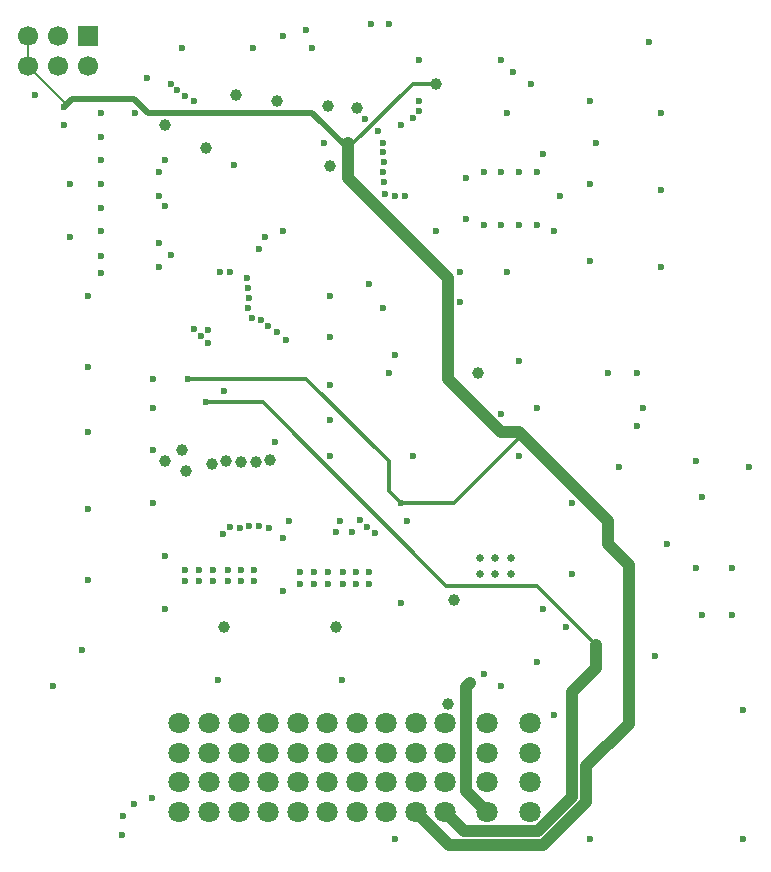
<source format=gbr>
%TF.GenerationSoftware,KiCad,Pcbnew,9.0.1*%
%TF.CreationDate,2025-10-29T09:39:46+01:00*%
%TF.ProjectId,ZoneECU,5a6f6e65-4543-4552-9e6b-696361645f70,rev?*%
%TF.SameCoordinates,Original*%
%TF.FileFunction,Copper,L3,Inr*%
%TF.FilePolarity,Positive*%
%FSLAX46Y46*%
G04 Gerber Fmt 4.6, Leading zero omitted, Abs format (unit mm)*
G04 Created by KiCad (PCBNEW 9.0.1) date 2025-10-29 09:39:46*
%MOMM*%
%LPD*%
G01*
G04 APERTURE LIST*
%TA.AperFunction,ComponentPad*%
%ADD10C,1.700000*%
%TD*%
%TA.AperFunction,ComponentPad*%
%ADD11R,1.700000X1.700000*%
%TD*%
%TA.AperFunction,HeatsinkPad*%
%ADD12C,0.600000*%
%TD*%
%TA.AperFunction,ComponentPad*%
%ADD13C,1.803400*%
%TD*%
%TA.AperFunction,ComponentPad*%
%ADD14C,0.630000*%
%TD*%
%TA.AperFunction,ViaPad*%
%ADD15C,1.000000*%
%TD*%
%TA.AperFunction,ViaPad*%
%ADD16C,0.600000*%
%TD*%
%TA.AperFunction,Conductor*%
%ADD17C,1.000000*%
%TD*%
%TA.AperFunction,Conductor*%
%ADD18C,0.200000*%
%TD*%
%TA.AperFunction,Conductor*%
%ADD19C,0.300000*%
%TD*%
%TA.AperFunction,Conductor*%
%ADD20C,0.500000*%
%TD*%
G04 APERTURE END LIST*
D10*
%TO.N,/3V3*%
%TO.C,J2*%
X102460000Y-83000000D03*
X102460000Y-80460000D03*
%TO.N,Net-(J2-Pin_4)*%
X105000000Y-83000000D03*
%TO.N,Net-(J2-Pin_3)*%
X105000000Y-80460000D03*
%TO.N,GND*%
X107540000Y-83000000D03*
D11*
X107540000Y-80460000D03*
%TD*%
D12*
%TO.N,GND*%
%TO.C,U6*%
X121600000Y-125665000D03*
X120450000Y-125665000D03*
X119390000Y-125665000D03*
X118110000Y-125665000D03*
X116900000Y-125665000D03*
X115700000Y-125665000D03*
X121600000Y-126635000D03*
X120450000Y-126635000D03*
X119390000Y-126635000D03*
X118110000Y-126635000D03*
X116900000Y-126635000D03*
X115700000Y-126635000D03*
%TD*%
D13*
%TO.N,/HS1_VOUT4*%
%TO.C,J1*%
X115250002Y-138650001D03*
%TO.N,/BO_OUT1*%
X115250002Y-141150001D03*
%TO.N,unconnected-(J1-PadA3)*%
X115250002Y-143650001D03*
%TO.N,/IN1*%
X115250002Y-146150001D03*
%TO.N,/HS1_VOUT3*%
X117750002Y-138650001D03*
%TO.N,/BO_OUT2*%
X117750002Y-141150001D03*
%TO.N,unconnected-(J1-PadB3)*%
X117750002Y-143650001D03*
%TO.N,/IN2*%
X117750002Y-146150001D03*
%TO.N,/HS1_VOUT2*%
X120250002Y-138650001D03*
%TO.N,/BO_OUT3*%
X120250002Y-141150001D03*
%TO.N,unconnected-(J1-PadC3)*%
X120250002Y-143650001D03*
%TO.N,/IN3*%
X120250002Y-146150001D03*
%TO.N,/HS1_VOUT1*%
X122750002Y-138650001D03*
%TO.N,/BO_OUT4*%
X122750002Y-141150001D03*
%TO.N,unconnected-(J1-PadD3)*%
X122750002Y-143650001D03*
%TO.N,/IN4*%
X122750002Y-146150001D03*
%TO.N,/HS2_VOUT4*%
X125250000Y-138650001D03*
%TO.N,/BO_OUT5*%
X125250000Y-141150001D03*
%TO.N,unconnected-(J1-PadE3)*%
X125250000Y-143650001D03*
%TO.N,/IN5*%
X125250000Y-146150001D03*
%TO.N,/HS2_VOUT3*%
X127750000Y-138650001D03*
%TO.N,/BO_OUT6*%
X127750000Y-141150001D03*
%TO.N,unconnected-(J1-PadF3)*%
X127750000Y-143650001D03*
%TO.N,/IN6*%
X127750000Y-146150001D03*
%TO.N,/HS2_VOUT2*%
X130250000Y-138650001D03*
%TO.N,/BO_OUT7*%
X130250000Y-141150001D03*
%TO.N,unconnected-(J1-PadG3)*%
X130250000Y-143650001D03*
%TO.N,/IN7*%
X130250000Y-146150001D03*
%TO.N,/HS2_VOUT1*%
X132750000Y-138650001D03*
%TO.N,/BO_OUT8*%
X132750000Y-141150001D03*
%TO.N,unconnected-(J1-PadH3)*%
X132750000Y-143650001D03*
%TO.N,/IN8*%
X132750000Y-146150001D03*
%TO.N,/HB_OUT1*%
X135250000Y-138650001D03*
%TO.N,/CAN_L*%
X135250000Y-141150001D03*
%TO.N,/RS232_RX*%
X135250000Y-143650001D03*
%TO.N,/3V3*%
X135250000Y-146150001D03*
%TO.N,/HB_OUT2*%
X137750000Y-138650001D03*
%TO.N,/CAN_H*%
X137750000Y-141150001D03*
%TO.N,/RS232_TX*%
X137750000Y-143650001D03*
%TO.N,/5V*%
X137750000Y-146150001D03*
%TO.N,/HB_VIN*%
X141250000Y-138650001D03*
%TO.N,GND*%
X141250000Y-141150001D03*
%TO.N,/HS1_VBB*%
X141250000Y-143650001D03*
%TO.N,/HS2_VBB*%
X141250000Y-146150001D03*
%TO.N,/VIN*%
X144950000Y-138650001D03*
%TO.N,GND*%
X144950000Y-141150001D03*
%TO.N,unconnected-(J1-PadM3)*%
X144950000Y-143650001D03*
%TO.N,unconnected-(J1-PadM4)*%
X144950000Y-146150001D03*
%TD*%
D12*
%TO.N,GND*%
%TO.C,U8*%
X131325000Y-125865000D03*
X130175000Y-125865000D03*
X129115000Y-125865000D03*
X127835000Y-125865000D03*
X126625000Y-125865000D03*
X125425000Y-125865000D03*
X131325000Y-126835000D03*
X130175000Y-126835000D03*
X129115000Y-126835000D03*
X127835000Y-126835000D03*
X126625000Y-126835000D03*
X125425000Y-126835000D03*
%TD*%
D14*
%TO.N,GND*%
%TO.C,U7*%
X143300000Y-124700000D03*
X142000000Y-124700000D03*
X140700000Y-124700000D03*
X143300000Y-126000000D03*
X142000000Y-126000000D03*
X140700000Y-126000000D03*
%TD*%
D15*
%TO.N,/HS2_VBB*%
X139818172Y-135279933D03*
D16*
%TO.N,/BOOT1*%
X127500000Y-89500000D03*
X126000000Y-80000000D03*
%TO.N,/BOOT0*%
X124000000Y-80500000D03*
X143500000Y-83500000D03*
%TO.N,GND*%
X150000000Y-99500000D03*
X150000000Y-93000000D03*
X150500000Y-89500000D03*
X150000000Y-86000000D03*
X156000000Y-87000000D03*
X156000000Y-93500000D03*
X156000000Y-100000000D03*
X155000000Y-81000000D03*
X145000000Y-84500000D03*
X142500000Y-82500000D03*
X135500000Y-82500000D03*
X147500000Y-94000000D03*
X146000000Y-90500000D03*
X143000000Y-87000000D03*
X139500000Y-92500000D03*
X139500000Y-96000000D03*
X137000000Y-97000000D03*
X147000000Y-97000000D03*
X143000000Y-100500000D03*
X139000000Y-100500000D03*
X139000000Y-103000000D03*
X144000000Y-108000000D03*
X154000000Y-109000000D03*
X151500000Y-109000000D03*
X152500000Y-117000000D03*
X159500000Y-119500000D03*
X163500000Y-117000000D03*
X159000000Y-116500000D03*
X159000000Y-125500000D03*
X162000000Y-125500000D03*
X159500000Y-129500000D03*
X162000000Y-129500000D03*
X145500000Y-133500000D03*
X148000000Y-130500000D03*
X146000000Y-129000000D03*
X148500000Y-126000000D03*
X148500000Y-120000000D03*
X144000000Y-116000000D03*
X128000000Y-116000000D03*
X128000000Y-113000000D03*
X128000000Y-110000000D03*
X128000000Y-106000000D03*
X128000000Y-102500000D03*
X133000000Y-109000000D03*
X133500000Y-107500000D03*
X134500000Y-121500000D03*
X134000000Y-128500000D03*
X114000000Y-129000000D03*
X114000000Y-124500000D03*
X113000000Y-120000000D03*
X113000000Y-115500000D03*
X113000000Y-112000000D03*
X113000000Y-109500000D03*
X126500000Y-81500000D03*
X121500000Y-81500000D03*
X115500000Y-81500000D03*
X112500000Y-84000000D03*
X103000000Y-85500000D03*
X105500000Y-88000000D03*
X106000000Y-93000000D03*
X106000000Y-97500000D03*
X107500000Y-102500000D03*
X107500000Y-108500000D03*
X107500000Y-114000000D03*
X107500000Y-120500000D03*
X107500000Y-126500000D03*
X107000000Y-132500000D03*
X104500000Y-135500000D03*
X118500000Y-135000000D03*
X129000000Y-135000000D03*
X147000000Y-138000000D03*
X133500000Y-148500000D03*
X150000000Y-148500000D03*
X163000000Y-148500000D03*
X163000000Y-137500000D03*
%TO.N,/3V3*%
X116000000Y-109500000D03*
%TO.N,GND*%
X119000000Y-110500000D03*
X124246858Y-106234582D03*
X124000000Y-97000000D03*
X122000000Y-98500000D03*
X155500000Y-133000000D03*
X156500000Y-123500000D03*
X124000000Y-127500000D03*
X124000000Y-123000000D03*
%TO.N,/3V3*%
X124500000Y-121500000D03*
%TO.N,GND*%
X145500000Y-112000000D03*
X123345660Y-114859784D03*
D15*
X127863603Y-86363603D03*
X128000000Y-91500000D03*
D16*
X113500000Y-92000000D03*
D15*
X120000000Y-85500000D03*
X123500000Y-86000000D03*
X117500000Y-90000000D03*
D16*
X113500000Y-100000000D03*
X113500000Y-94000000D03*
X113500000Y-98000000D03*
D15*
X140500000Y-109000000D03*
X130275000Y-86589829D03*
X114000000Y-88000000D03*
D16*
%TO.N,/3V3*%
X105500000Y-86500000D03*
D15*
X151500000Y-123500000D03*
D16*
X134000000Y-120000000D03*
D15*
X129500000Y-90000000D03*
X138000000Y-101000000D03*
X144000000Y-114000000D03*
X137000000Y-84500000D03*
D16*
%TO.N,/5V*%
X117500000Y-111500000D03*
D15*
X150500000Y-132000000D03*
D16*
%TO.N,Net-(U6-EN1)*%
X117705853Y-106500000D03*
X122855367Y-122112164D03*
%TO.N,Net-(U6-EN2)*%
X117109205Y-105900000D03*
X122016275Y-121976417D03*
%TO.N,Net-(U6-EN3)*%
X121167878Y-121924191D03*
X116512557Y-105300000D03*
%TO.N,Net-(U6-EN4)*%
X117668270Y-105327767D03*
X120340417Y-122118646D03*
%TO.N,Net-(U6-SEL0)*%
X118703652Y-100423619D03*
X118931404Y-122662185D03*
%TO.N,Net-(U6-SEL1)*%
X119495447Y-122026292D03*
X119500000Y-100500000D03*
%TO.N,/HS1_SNS*%
X122500000Y-97500000D03*
X119907985Y-91407985D03*
%TO.N,/IN1*%
X108592134Y-89000000D03*
X111500000Y-87000000D03*
X112900000Y-145000000D03*
X114500000Y-84500000D03*
%TO.N,/IN2*%
X114000000Y-91000000D03*
X108592134Y-93000000D03*
X115065687Y-85065687D03*
X111400000Y-145500000D03*
%TO.N,/IN3*%
X110500000Y-146500000D03*
X115713730Y-85534776D03*
X108592134Y-97000000D03*
X114000000Y-94850000D03*
%TO.N,/IN4*%
X108592134Y-100561218D03*
X114500000Y-99000000D03*
X116500000Y-86000000D03*
X110400764Y-148099236D03*
%TO.N,/IN5*%
X108592134Y-87000000D03*
%TO.N,/IN6*%
X108592134Y-91000000D03*
%TO.N,/IN7*%
X108592134Y-95000000D03*
%TO.N,/IN8*%
X108596103Y-99081605D03*
%TO.N,/HS2_EN4*%
X131000000Y-87500000D03*
X141000000Y-92000000D03*
X134000000Y-88000000D03*
X132100000Y-88500000D03*
%TO.N,Net-(U8-EN4)*%
X141000000Y-96500000D03*
X129825000Y-122500000D03*
%TO.N,Net-(U8-EN3)*%
X130526422Y-121414208D03*
X142500000Y-96500000D03*
%TO.N,/HS2_EN3*%
X135000000Y-87400000D03*
X142500000Y-92000000D03*
%TO.N,Net-(U8-EN2)*%
X144000000Y-96500000D03*
X131088297Y-122052017D03*
%TO.N,/HS2_EN2*%
X135512149Y-86785421D03*
X144000000Y-92000000D03*
%TO.N,Net-(U8-SEL1)*%
X131500000Y-79500000D03*
X128826422Y-121500000D03*
%TO.N,Net-(U8-EN1)*%
X131801000Y-122515222D03*
X145500000Y-96500000D03*
%TO.N,/HS2_EN1*%
X145500000Y-92000000D03*
X135508002Y-85970014D03*
%TO.N,Net-(U8-SEL0)*%
X128500000Y-122500000D03*
X133000000Y-79500000D03*
%TO.N,/HB_IN2*%
X131275000Y-101500000D03*
X132500000Y-103500000D03*
%TO.N,/CAN_H*%
X154500000Y-112000000D03*
%TO.N,/CAN_L*%
X154000000Y-113500000D03*
%TO.N,/RS232_TX*%
X141000000Y-134500000D03*
X142500000Y-135500000D03*
X142500000Y-112500000D03*
%TO.N,/RS232_RX*%
X135000000Y-116000000D03*
%TO.N,/BO_IN6*%
X132659239Y-93871026D03*
X122124474Y-104532222D03*
%TO.N,/BO_IN7*%
X122722040Y-105064124D03*
X133500000Y-94000000D03*
%TO.N,/BO_IN5*%
X132592858Y-92825461D03*
X121350000Y-104331736D03*
%TO.N,/BO_IN3*%
X132534431Y-91162628D03*
X121100647Y-102620614D03*
%TO.N,/BO_IN4*%
X121035716Y-103534074D03*
X132522794Y-92022794D03*
%TO.N,/BO_IN1*%
X132500000Y-89500000D03*
X121000000Y-101000000D03*
%TO.N,/BO_IN2*%
X121024263Y-101824266D03*
X132524263Y-90324266D03*
%TO.N,/BO_IN8*%
X123500000Y-105500000D03*
X134324266Y-94024263D03*
D15*
%TO.N,/BO_OUT5*%
X119201466Y-116499079D03*
%TO.N,/BO_OUT6*%
X120451463Y-116502849D03*
%TO.N,/BO_OUT8*%
X122942129Y-116355789D03*
%TO.N,/BO_OUT2*%
X114000000Y-116500000D03*
%TO.N,/BO_OUT1*%
X115500000Y-115500000D03*
%TO.N,/BO_OUT3*%
X115815686Y-117315686D03*
%TO.N,/BO_OUT7*%
X121701454Y-116508210D03*
%TO.N,/BO_OUT4*%
X117966007Y-116689201D03*
%TO.N,/HS1_VBB*%
X119000000Y-130500000D03*
X138000000Y-137000000D03*
%TO.N,/HS2_VBB*%
X128500000Y-130500000D03*
%TO.N,/HB_VIN*%
X138500000Y-128225000D03*
%TD*%
D17*
%TO.N,/HS2_VBB*%
X141250000Y-146150001D02*
X139500000Y-144400001D01*
X139500000Y-144400001D02*
X139500000Y-135598105D01*
X139500000Y-135598105D02*
X139818172Y-135279933D01*
D18*
%TO.N,/3V3*%
X102460000Y-80460000D02*
X102460000Y-83000000D01*
X105500000Y-86500000D02*
X105500000Y-86040000D01*
X105500000Y-86040000D02*
X102460000Y-83000000D01*
D19*
X116000000Y-109500000D02*
X126000000Y-109500000D01*
X126000000Y-109500000D02*
X133000000Y-116500000D01*
X133000000Y-116500000D02*
X133000000Y-119000000D01*
X133000000Y-119000000D02*
X134000000Y-120000000D01*
D17*
X129500000Y-92500000D02*
X129500000Y-90000000D01*
X151500000Y-121500000D02*
X144000000Y-114000000D01*
D20*
X129500000Y-90000000D02*
X126500000Y-87000000D01*
X112562075Y-87000000D02*
X111372293Y-85810218D01*
D17*
X149701000Y-142299000D02*
X149700999Y-145364033D01*
X144000000Y-114000000D02*
X142500000Y-114000000D01*
D19*
X129500000Y-90000000D02*
X135000000Y-84500000D01*
X138500000Y-120000000D02*
X134000000Y-120000000D01*
X144000000Y-114500000D02*
X138500000Y-120000000D01*
D17*
X138000000Y-101000000D02*
X129500000Y-92500000D01*
X146065032Y-149000000D02*
X138099999Y-149000000D01*
X142500000Y-114000000D02*
X138000000Y-109500000D01*
X149700999Y-145364033D02*
X146065032Y-149000000D01*
D20*
X126500000Y-87000000D02*
X112562075Y-87000000D01*
D17*
X153306696Y-125306696D02*
X153306696Y-138693304D01*
X153306696Y-138693304D02*
X149701000Y-142299000D01*
X151500000Y-123500000D02*
X153306696Y-125306696D01*
D20*
X106189782Y-85810218D02*
X105500000Y-86500000D01*
D19*
X144000000Y-114000000D02*
X144000000Y-114500000D01*
D17*
X129500000Y-90000000D02*
X129500000Y-89500000D01*
X151500000Y-123500000D02*
X151500000Y-121500000D01*
X138000000Y-109500000D02*
X138000000Y-101000000D01*
D19*
X135000000Y-84500000D02*
X137000000Y-84500000D01*
D20*
X111372293Y-85810218D02*
X106189782Y-85810218D01*
D17*
X138099999Y-149000000D02*
X135250000Y-146150001D01*
D19*
%TO.N,/5V*%
X122301294Y-111500000D02*
X117500000Y-111500000D01*
D17*
X148500000Y-136000000D02*
X148500000Y-144866562D01*
D19*
X145524000Y-127024000D02*
X137825294Y-127024000D01*
X137825294Y-127024000D02*
X122301294Y-111500000D01*
D17*
X145613861Y-147752701D02*
X139352700Y-147752701D01*
X139352700Y-147752701D02*
X137750000Y-146150001D01*
X150500000Y-134000000D02*
X148500000Y-136000000D01*
D19*
X150500000Y-132000000D02*
X145524000Y-127024000D01*
D17*
X148500000Y-144866562D02*
X145613861Y-147752701D01*
X150500000Y-132000000D02*
X150500000Y-134000000D01*
%TD*%
M02*

</source>
